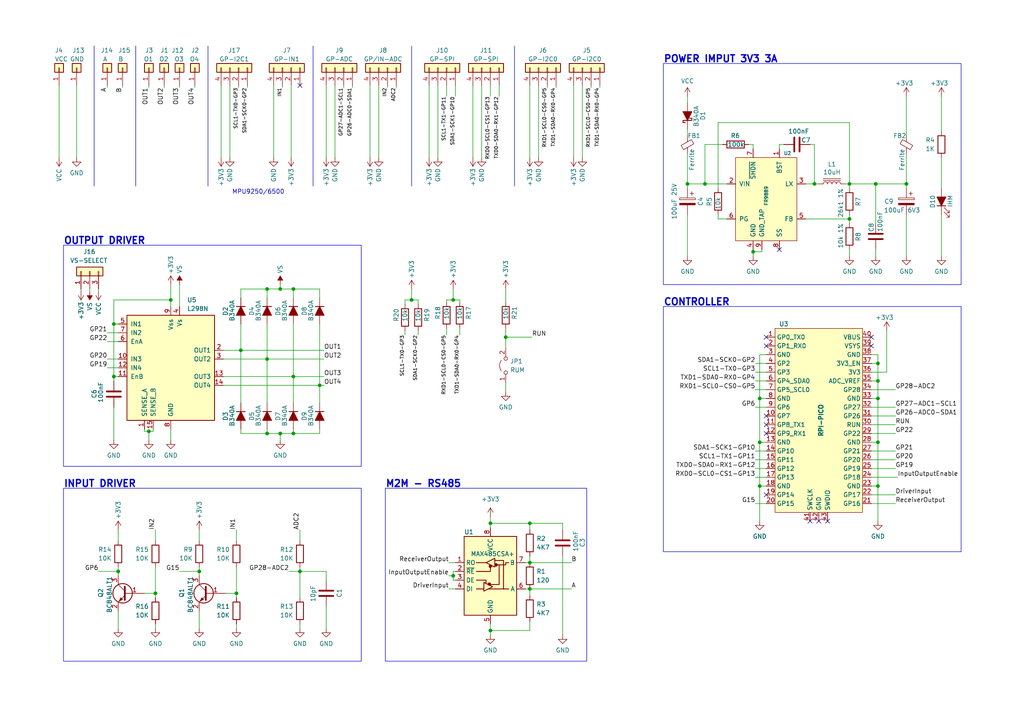
<source format=kicad_sch>
(kicad_sch (version 20230121) (generator eeschema)
  (paper "A4")
  (title_block (title "Plataforma Eletrônica Para Controle Distribuído Em Rede") (date "2023-10-30") (rev "0.01") (company "Pedro Igor B. S. - @pedro_ibs") (comment 1 "https://github.com/pedro-ibs"))
  (junction (at 33.02 93.98))
  (junction (at 49.53 86.995))
  (junction (at 85.09 109.22))
  (junction (at 254.635 128.27))
  (junction (at 85.09 125.73))
  (junction (at 86.995 165.735))
  (junction (at 34.29 165.735))
  (junction (at 69.85 101.6))
  (junction (at 220.345 128.27))
  (junction (at 131.445 86.995))
  (junction (at 236.22 53.34))
  (junction (at 33.02 109.22))
  (junction (at 262.89 53.34))
  (junction (at 153.67 163.195))
  (junction (at 92.71 111.76))
  (junction (at 81.28 125.73))
  (junction (at 220.345 115.57))
  (junction (at 204.47 53.34))
  (junction (at 119.38 86.995))
  (junction (at 246.38 63.5))
  (junction (at 220.345 140.97))
  (junction (at 131.445 167.005))
  (junction (at 77.47 125.73))
  (junction (at 77.47 104.14))
  (junction (at 153.67 151.765))
  (junction (at 254.635 140.97))
  (junction (at 254.635 115.57))
  (junction (at 45.085 172.085))
  (junction (at 85.09 83.82))
  (junction (at 57.785 165.735))
  (junction (at 254.635 110.49))
  (junction (at 246.38 53.34))
  (junction (at 254 53.34))
  (junction (at 146.685 97.79))
  (junction (at 43.18 125.095))
  (junction (at 142.24 151.765))
  (junction (at 218.44 73.025))
  (junction (at 254.635 105.41))
  (junction (at 153.67 170.815))
  (junction (at 77.47 83.82))
  (junction (at 142.24 182.88))
  (junction (at 68.58 172.085))
  (junction (at 81.28 83.82))
  (junction (at 199.39 53.34))
  (no_connect (at 240.03 151.13))
  (no_connect (at 222.25 97.79))
  (no_connect (at 222.25 125.73))
  (no_connect (at 222.25 123.19))
  (no_connect (at 222.25 120.65))
  (no_connect (at 234.95 151.13))
  (no_connect (at 252.73 100.33))
  (no_connect (at 86.995 24.765))
  (no_connect (at 222.25 100.33))
  (no_connect (at 252.73 97.79))
  (no_connect (at 226.06 72.39))
  (no_connect (at 222.25 143.51))
  (no_connect (at 237.49 151.13))
  (wire (pts (xy 208.28 63.5) (xy 210.82 63.5)))
  (wire (pts (xy 77.47 83.82) (xy 77.47 86.36)))
  (wire (pts (xy 142.24 151.765) (xy 142.24 153.035)))
  (wire (pts (xy 173.99 24.765) (xy 173.99 25.4)))
  (wire (pts (xy 68.58 164.465) (xy 68.58 172.085)))
  (wire (pts (xy 81.28 125.73) (xy 81.28 127.635)))
  (wire (pts (xy 31.115 24.765) (xy 31.115 25.4)))
  (wire (pts (xy 94.615 168.275) (xy 94.615 165.735)))
  (wire (pts (xy 254.635 110.49) (xy 252.73 110.49)))
  (wire (pts (xy 49.53 86.995) (xy 33.02 86.995)))
  (wire (pts (xy 199.39 53.34) (xy 204.47 53.34)))
  (wire (pts (xy 64.77 109.22) (xy 85.09 109.22)))
  (wire (pts (xy 119.38 86.995) (xy 117.475 86.995)))
  (wire (pts (xy 33.02 86.995) (xy 33.02 93.98)))
  (wire (pts (xy 171.45 24.765) (xy 171.45 25.4)))
  (wire (pts (xy 153.67 161.29) (xy 153.67 163.195)))
  (wire (pts (xy 34.29 177.165) (xy 34.29 182.245)))
  (wire (pts (xy 219.075 113.03) (xy 222.25 113.03)))
  (wire (pts (xy 153.67 151.765) (xy 163.195 151.765)))
  (wire (pts (xy 130.175 170.815) (xy 132.08 170.815)))
  (wire (pts (xy 254.635 102.87) (xy 254.635 105.41)))
  (wire (pts (xy 97.155 24.765) (xy 97.155 45.72)))
  (wire (pts (xy 152.4 163.195) (xy 153.67 163.195)))
  (wire (pts (xy 33.02 109.22) (xy 33.02 93.98)))
  (wire (pts (xy 69.85 101.6) (xy 93.98 101.6)))
  (wire (pts (xy 121.285 88.265) (xy 121.285 86.995)))
  (wire (pts (xy 52.07 82.55) (xy 52.07 88.9)))
  (wire (pts (xy 17.145 24.765) (xy 17.145 45.72)))
  (wire (pts (xy 92.71 111.76) (xy 93.98 111.76)))
  (wire (pts (xy 45.085 153.67) (xy 45.085 156.845)))
  (wire (pts (xy 77.47 83.82) (xy 81.28 83.82)))
  (wire (pts (xy 94.615 165.735) (xy 86.995 165.735)))
  (wire (pts (xy 77.47 125.73) (xy 81.28 125.73)))
  (wire (pts (xy 252.73 120.65) (xy 259.715 120.65)))
  (wire (pts (xy 153.67 153.67) (xy 153.67 151.765)))
  (wire (pts (xy 257.175 95.885) (xy 257.175 107.95)))
  (polyline (pts (xy 27.305 13.335) (xy 27.305 53.975)))
  (wire (pts (xy 23.495 83.82) (xy 23.495 84.455)))
  (wire (pts (xy 47.625 24.765) (xy 47.625 25.4)))
  (wire (pts (xy 139.7 24.765) (xy 139.7 45.72)))
  (wire (pts (xy 133.35 86.995) (xy 131.445 86.995)))
  (wire (pts (xy 146.685 95.25) (xy 146.685 97.79)))
  (wire (pts (xy 86.995 165.735) (xy 86.995 173.355)))
  (wire (pts (xy 99.695 24.765) (xy 99.695 25.4)))
  (wire (pts (xy 49.53 82.55) (xy 49.53 86.995)))
  (wire (pts (xy 129.54 97.155) (xy 129.54 95.25)))
  (wire (pts (xy 220.98 72.39) (xy 220.98 73.025)))
  (wire (pts (xy 64.77 101.6) (xy 69.85 101.6)))
  (wire (pts (xy 130.175 167.005) (xy 131.445 167.005)))
  (wire (pts (xy 69.85 101.6) (xy 69.85 93.98)))
  (wire (pts (xy 219.075 138.43) (xy 222.25 138.43)))
  (wire (pts (xy 64.77 111.76) (xy 92.71 111.76)))
  (wire (pts (xy 246.38 62.23) (xy 246.38 63.5)))
  (wire (pts (xy 45.085 172.085) (xy 41.91 172.085)))
  (wire (pts (xy 33.02 118.11) (xy 33.02 127.635)))
  (wire (pts (xy 68.58 153.67) (xy 68.58 156.845)))
  (wire (pts (xy 254 64.77) (xy 254 53.34)))
  (wire (pts (xy 220.345 128.27) (xy 220.345 140.97)))
  (wire (pts (xy 254.635 140.97) (xy 254.635 151.13)))
  (wire (pts (xy 49.53 124.46) (xy 49.53 127.635)))
  (wire (pts (xy 86.995 164.465) (xy 86.995 165.735)))
  (wire (pts (xy 246.38 35.56) (xy 246.38 53.34)))
  (wire (pts (xy 127 24.765) (xy 127 45.72)))
  (wire (pts (xy 52.07 24.765) (xy 52.07 25.4)))
  (wire (pts (xy 142.24 182.88) (xy 153.67 182.88)))
  (wire (pts (xy 222.25 102.87) (xy 220.345 102.87)))
  (wire (pts (xy 153.67 163.195) (xy 165.735 163.195)))
  (wire (pts (xy 52.07 165.735) (xy 57.785 165.735)))
  (wire (pts (xy 57.785 164.465) (xy 57.785 165.735)))
  (wire (pts (xy 119.38 83.82) (xy 119.38 86.995)))
  (wire (pts (xy 219.075 118.11) (xy 222.25 118.11)))
  (wire (pts (xy 131.445 86.995) (xy 131.445 83.82)))
  (wire (pts (xy 107.315 24.765) (xy 107.315 45.72)))
  (wire (pts (xy 57.785 153.67) (xy 57.785 156.845)))
  (wire (pts (xy 144.78 24.765) (xy 144.78 27.94)))
  (wire (pts (xy 44.45 125.095) (xy 43.18 125.095)))
  (wire (pts (xy 133.35 87.63) (xy 133.35 86.995)))
  (wire (pts (xy 77.47 104.14) (xy 93.98 104.14)))
  (wire (pts (xy 34.29 164.465) (xy 34.29 165.735)))
  (wire (pts (xy 156.21 24.765) (xy 156.21 45.72)))
  (polyline (pts (xy 90.805 13.335) (xy 90.805 53.975)))
  (wire (pts (xy 236.22 53.34) (xy 233.68 53.34)))
  (wire (pts (xy 92.71 93.98) (xy 92.71 111.76)))
  (wire (pts (xy 142.24 151.765) (xy 153.67 151.765)))
  (wire (pts (xy 79.375 24.765) (xy 79.375 45.72)))
  (wire (pts (xy 199.39 53.34) (xy 199.39 54.61)))
  (wire (pts (xy 142.24 149.86) (xy 142.24 151.765)))
  (wire (pts (xy 246.38 64.77) (xy 246.38 63.5)))
  (wire (pts (xy 254 74.295) (xy 254 72.39)))
  (wire (pts (xy 262.89 39.37) (xy 262.89 27.94)))
  (wire (pts (xy 252.73 123.19) (xy 259.715 123.19)))
  (wire (pts (xy 43.18 127.635) (xy 43.18 125.095)))
  (polyline (pts (xy 39.37 13.335) (xy 39.37 53.975)))
  (wire (pts (xy 34.29 165.735) (xy 34.29 167.005)))
  (wire (pts (xy 26.035 83.82) (xy 26.035 84.455)))
  (wire (pts (xy 227.33 41.91) (xy 226.06 41.91)))
  (wire (pts (xy 69.85 101.6) (xy 69.85 116.84)))
  (wire (pts (xy 254 53.34) (xy 262.89 53.34)))
  (wire (pts (xy 68.58 180.975) (xy 68.58 182.245)))
  (wire (pts (xy 220.345 115.57) (xy 222.25 115.57)))
  (wire (pts (xy 219.075 105.41) (xy 222.25 105.41)))
  (wire (pts (xy 273.05 27.94) (xy 273.05 38.1)))
  (wire (pts (xy 234.95 41.91) (xy 236.22 41.91)))
  (wire (pts (xy 56.515 24.765) (xy 56.515 25.4)))
  (wire (pts (xy 81.28 83.82) (xy 85.09 83.82)))
  (wire (pts (xy 252.73 102.87) (xy 254.635 102.87)))
  (wire (pts (xy 92.71 83.82) (xy 92.71 86.36)))
  (wire (pts (xy 129.54 86.995) (xy 131.445 86.995)))
  (wire (pts (xy 252.73 146.05) (xy 259.715 146.05)))
  (wire (pts (xy 117.475 97.155) (xy 117.475 95.885)))
  (wire (pts (xy 92.71 111.76) (xy 92.71 116.84)))
  (wire (pts (xy 252.73 133.35) (xy 259.715 133.35)))
  (wire (pts (xy 146.685 97.79) (xy 146.685 100.965)))
  (wire (pts (xy 252.73 115.57) (xy 254.635 115.57)))
  (wire (pts (xy 86.995 180.975) (xy 86.995 182.245)))
  (wire (pts (xy 77.47 104.14) (xy 77.47 116.84)))
  (wire (pts (xy 257.175 107.95) (xy 252.73 107.95)))
  (wire (pts (xy 219.075 135.89) (xy 222.25 135.89)))
  (wire (pts (xy 252.73 118.11) (xy 259.715 118.11)))
  (wire (pts (xy 218.44 43.18) (xy 218.44 41.91)))
  (wire (pts (xy 208.28 62.23) (xy 208.28 63.5)))
  (wire (pts (xy 34.29 109.22) (xy 33.02 109.22)))
  (wire (pts (xy 262.89 74.295) (xy 262.89 62.23)))
  (wire (pts (xy 142.24 24.765) (xy 142.24 27.94)))
  (wire (pts (xy 168.91 24.765) (xy 168.91 45.72)))
  (wire (pts (xy 77.47 124.46) (xy 77.47 125.73)))
  (wire (pts (xy 153.67 24.765) (xy 153.67 45.72)))
  (wire (pts (xy 64.77 104.14) (xy 77.47 104.14)))
  (wire (pts (xy 86.995 165.735) (xy 83.82 165.735)))
  (wire (pts (xy 85.09 109.22) (xy 93.98 109.22)))
  (wire (pts (xy 81.28 82.55) (xy 81.28 83.82)))
  (wire (pts (xy 66.675 24.765) (xy 66.675 45.72)))
  (polyline (pts (xy 119.38 13.335) (xy 119.38 53.975)))
  (wire (pts (xy 28.575 83.82) (xy 28.575 84.455)))
  (wire (pts (xy 85.09 93.98) (xy 85.09 109.22)))
  (wire (pts (xy 129.54 87.63) (xy 129.54 86.995)))
  (wire (pts (xy 129.54 24.765) (xy 129.54 27.94)))
  (wire (pts (xy 57.785 177.165) (xy 57.785 182.245)))
  (wire (pts (xy 199.39 44.45) (xy 199.39 53.34)))
  (wire (pts (xy 33.02 93.98) (xy 34.29 93.98)))
  (wire (pts (xy 28.575 165.735) (xy 34.29 165.735)))
  (wire (pts (xy 117.475 86.995) (xy 117.475 88.265)))
  (wire (pts (xy 220.345 128.27) (xy 222.25 128.27)))
  (wire (pts (xy 146.685 97.79) (xy 154.305 97.79)))
  (wire (pts (xy 273.05 62.23) (xy 273.05 74.295)))
  (wire (pts (xy 199.39 37.465) (xy 199.39 39.37)))
  (wire (pts (xy 220.98 73.025) (xy 218.44 73.025)))
  (wire (pts (xy 254.635 115.57) (xy 254.635 128.27)))
  (wire (pts (xy 31.115 104.14) (xy 34.29 104.14)))
  (wire (pts (xy 161.29 24.765) (xy 161.29 25.4)))
  (wire (pts (xy 163.195 153.67) (xy 163.195 151.765)))
  (wire (pts (xy 77.47 104.14) (xy 77.47 93.98)))
  (wire (pts (xy 208.28 35.56) (xy 246.38 35.56)))
  (wire (pts (xy 31.115 99.06) (xy 34.29 99.06)))
  (wire (pts (xy 259.715 143.51) (xy 252.73 143.51)))
  (wire (pts (xy 132.08 24.765) (xy 132.08 27.94)))
  (wire (pts (xy 69.85 124.46) (xy 69.85 125.73)))
  (wire (pts (xy 204.47 53.34) (xy 210.82 53.34)))
  (wire (pts (xy 146.685 111.125) (xy 146.685 113.665)))
  (wire (pts (xy 252.73 138.43) (xy 260.35 138.43)))
  (wire (pts (xy 163.195 161.29) (xy 163.195 184.15)))
  (wire (pts (xy 35.56 24.765) (xy 35.56 25.4)))
  (wire (pts (xy 85.09 124.46) (xy 85.09 125.73)))
  (wire (pts (xy 226.06 41.91) (xy 226.06 43.18)))
  (wire (pts (xy 236.22 41.91) (xy 236.22 53.34)))
  (wire (pts (xy 131.445 168.275) (xy 132.08 168.275)))
  (wire (pts (xy 153.67 180.34) (xy 153.67 182.88)))
  (wire (pts (xy 49.53 86.995) (xy 49.53 88.9)))
  (wire (pts (xy 142.24 180.975) (xy 142.24 182.88)))
  (wire (pts (xy 85.09 83.82) (xy 92.71 83.82)))
  (wire (pts (xy 219.075 107.95) (xy 222.25 107.95)))
  (wire (pts (xy 262.89 54.61) (xy 262.89 53.34)))
  (wire (pts (xy 218.44 73.025) (xy 218.44 72.39)))
  (wire (pts (xy 121.285 95.885) (xy 121.285 97.155)))
  (wire (pts (xy 199.39 74.295) (xy 199.39 62.23)))
  (wire (pts (xy 219.075 133.35) (xy 222.25 133.35)))
  (wire (pts (xy 45.085 164.465) (xy 45.085 172.085)))
  (wire (pts (xy 199.39 27.94) (xy 199.39 29.845)))
  (wire (pts (xy 69.85 125.73) (xy 77.47 125.73)))
  (wire (pts (xy 252.73 113.03) (xy 259.715 113.03)))
  (wire (pts (xy 233.68 63.5) (xy 246.38 63.5)))
  (wire (pts (xy 246.38 53.34) (xy 245.11 53.34)))
  (wire (pts (xy 81.28 125.73) (xy 85.09 125.73)))
  (wire (pts (xy 114.935 24.765) (xy 114.935 25.4)))
  (wire (pts (xy 57.785 165.735) (xy 57.785 167.005)))
  (wire (pts (xy 252.73 125.73) (xy 259.715 125.73)))
  (wire (pts (xy 262.89 44.45) (xy 262.89 53.34)))
  (wire (pts (xy 41.91 124.46) (xy 41.91 125.095)))
  (wire (pts (xy 254.635 128.27) (xy 254.635 140.97)))
  (wire (pts (xy 85.09 109.22) (xy 85.09 116.84)))
  (wire (pts (xy 208.28 54.61) (xy 208.28 35.56)))
  (wire (pts (xy 124.46 24.765) (xy 124.46 45.72)))
  (wire (pts (xy 209.55 41.91) (xy 204.47 41.91)))
  (wire (pts (xy 219.075 130.81) (xy 222.25 130.81)))
  (wire (pts (xy 142.24 182.88) (xy 142.24 184.15)))
  (wire (pts (xy 153.67 170.815) (xy 153.67 172.72)))
  (wire (pts (xy 92.71 124.46) (xy 92.71 125.73)))
  (wire (pts (xy 273.05 45.72) (xy 273.05 54.61)))
  (wire (pts (xy 137.16 24.765) (xy 137.16 45.72)))
  (wire (pts (xy 94.615 24.765) (xy 94.615 45.72)))
  (wire (pts (xy 131.445 167.005) (xy 131.445 168.275)))
  (wire (pts (xy 22.225 24.765) (xy 22.225 45.72)))
  (wire (pts (xy 33.02 109.22) (xy 33.02 110.49)))
  (wire (pts (xy 131.445 165.735) (xy 131.445 167.005)))
  (wire (pts (xy 31.115 96.52) (xy 34.29 96.52)))
  (polyline (pts (xy 149.225 13.335) (xy 149.225 53.975)))
  (wire (pts (xy 237.49 53.34) (xy 236.22 53.34)))
  (wire (pts (xy 252.73 140.97) (xy 254.635 140.97)))
  (wire (pts (xy 246.38 53.34) (xy 254 53.34)))
  (wire (pts (xy 252.73 135.89) (xy 259.715 135.89)))
  (wire (pts (xy 68.58 172.085) (xy 68.58 173.355)))
  (wire (pts (xy 252.73 105.41) (xy 254.635 105.41)))
  (wire (pts (xy 152.4 170.815) (xy 153.67 170.815)))
  (wire (pts (xy 84.455 24.765) (xy 84.455 45.72)))
  (wire (pts (xy 69.85 86.36) (xy 69.85 83.82)))
  (wire (pts (xy 246.38 74.295) (xy 246.38 72.39)))
  (wire (pts (xy 43.18 125.095) (xy 41.91 125.095)))
  (wire (pts (xy 158.75 24.765) (xy 158.75 25.4)))
  (wire (pts (xy 153.67 170.815) (xy 165.735 170.815)))
  (wire (pts (xy 218.44 73.025) (xy 218.44 74.295)))
  (wire (pts (xy 219.075 146.05) (xy 222.25 146.05)))
  (wire (pts (xy 45.085 180.975) (xy 45.085 182.245)))
  (wire (pts (xy 246.38 54.61) (xy 246.38 53.34)))
  (wire (pts (xy 130.175 163.195) (xy 132.08 163.195)))
  (wire (pts (xy 204.47 41.91) (xy 204.47 53.34)))
  (wire (pts (xy 252.73 130.81) (xy 259.715 130.81)))
  (wire (pts (xy 109.855 24.765) (xy 109.855 45.72)))
  (wire (pts (xy 85.09 83.82) (xy 85.09 86.36)))
  (wire (pts (xy 254.635 105.41) (xy 254.635 110.49)))
  (wire (pts (xy 34.29 153.67) (xy 34.29 156.845)))
  (wire (pts (xy 45.085 172.085) (xy 45.085 173.355)))
  (wire (pts (xy 112.395 24.765) (xy 112.395 25.4)))
  (wire (pts (xy 85.09 125.73) (xy 92.71 125.73)))
  (wire (pts (xy 81.915 24.765) (xy 81.915 25.4)))
  (wire (pts (xy 86.995 153.67) (xy 86.995 156.845)))
  (wire (pts (xy 133.35 95.25) (xy 133.35 97.155)))
  (wire (pts (xy 254.635 115.57) (xy 254.635 110.49)))
  (wire (pts (xy 69.85 83.82) (xy 77.47 83.82)))
  (polyline (pts (xy 60.325 13.335) (xy 60.325 53.975)))
  (wire (pts (xy 31.115 106.68) (xy 34.29 106.68)))
  (wire (pts (xy 131.445 165.735) (xy 132.08 165.735)))
  (wire (pts (xy 252.73 128.27) (xy 254.635 128.27)))
  (wire (pts (xy 64.135 24.765) (xy 64.135 45.72)))
  (wire (pts (xy 43.18 24.765) (xy 43.18 25.4)))
  (wire (pts (xy 69.215 24.765) (xy 69.215 25.4)))
  (wire (pts (xy 121.285 86.995) (xy 119.38 86.995)))
  (wire (pts (xy 220.345 140.97) (xy 222.25 140.97)))
  (wire (pts (xy 102.235 24.765) (xy 102.235 25.4)))
  (wire (pts (xy 220.345 102.87) (xy 220.345 115.57)))
  (wire (pts (xy 94.615 175.895) (xy 94.615 182.245)))
  (wire (pts (xy 146.685 83.82) (xy 146.685 87.63)))
  (wire (pts (xy 220.345 140.97) (xy 220.345 151.13)))
  (wire (pts (xy 218.44 41.91) (xy 217.17 41.91)))
  (wire (pts (xy 71.755 24.765) (xy 71.755 25.4)))
  (wire (pts (xy 166.37 24.765) (xy 166.37 45.72)))
  (wire (pts (xy 44.45 124.46) (xy 44.45 125.095)))
  (wire (pts (xy 220.345 115.57) (xy 220.345 128.27)))
  (wire (pts (xy 68.58 172.085) (xy 65.405 172.085)))
  (wire (pts (xy 219.075 110.49) (xy 222.25 110.49)))
  (rectangle (start 111.76 141.605) (end 170.18 191.77))
  (rectangle (start 192.405 88.9) (end 278.765 160.02))
  (rectangle (start 192.405 18.415) (end 278.765 82.55))
  (rectangle (start 18.415 71.12) (end 104.775 135.255))
  (rectangle (start 18.415 141.605) (end 104.775 191.77))
  (text "MPU9250/6500" (at 82.55 56.515 0) (effects (font (size 1.27 1.27)) (justify right bottom)))
  (text "CONTROLLER" (at 192.405 88.9 0) (effects (font (size 2 2) (thickness 0.4) bold) (justify left bottom)))
  (text "M2M - RS485" (at 111.76 141.605 0) (effects (font (size 2 2) (thickness 0.4) bold) (justify left bottom)))
  (text "INPUT DRIVER" (at 18.415 141.605 0) (effects (font (size 2 2) (thickness 0.4) bold) (justify left bottom)))
  (text "POWER IMPUT 3V3 3A" (at 192.405 18.415 0) (effects (font (size 2 2) (thickness 0.4) bold) (justify left bottom)))
  (text "OUTPUT DRIVER" (at 18.415 71.12 0) (effects (font (size 2 2) (thickness 0.4) bold) (justify left bottom)))
  (label "G15" (at 219.075 146.05 180))
  (label "ADC2" (at 114.935 25.4 270) (effects (font (size 1 1))))
  (label "GP28-ADC2" (at 259.715 113.03 0))
  (label "TXD0-SDA0-RX1-GP12" (at 219.075 135.89 180))
  (label "GP27-ADC1-SCL1" (at 99.695 25.4 270) (effects (font (size 1 1))))
  (label "GP22" (at 31.115 99.06 180))
  (label "RXD1-SCL0-CS0-GP5" (at 129.54 97.155 270) (effects (font (size 1 1))))
  (label "TXD1-SDA0-RX0-GP4" (at 133.35 97.155 270) (effects (font (size 1 1))))
  (label "RUN" (at 154.305 97.79 0))
  (label "GP21" (at 31.115 96.52 180))
  (label "SCL1-TX1-GP11" (at 129.54 27.94 270) (effects (font (size 1 1))))
  (label "OUT1" (at 43.18 25.4 270))
  (label "SDA1-SCK1-GP10" (at 132.08 27.94 270) (effects (font (size 1 1))))
  (label "GP26-ADC0-SDA1" (at 102.235 25.4 270) (effects (font (size 1 1))))
  (label "ReceiverOutput" (at 130.175 163.195 180))
  (label "ADC2" (at 86.995 153.67 90))
  (label "OUT3" (at 93.98 109.22 0))
  (label "RUN" (at 259.715 123.19 0))
  (label "DriverInput" (at 130.175 170.815 180))
  (label "OUT1" (at 93.98 101.6 0))
  (label "IN2" (at 45.085 153.67 90))
  (label "SCL1-TX0-GP3" (at 69.215 25.4 270) (effects (font (size 1 1))))
  (label "RXD0-SCL0-CS1-GP13" (at 142.24 27.94 270) (effects (font (size 1 1))))
  (label "A" (at 31.115 25.4 270))
  (label "SDA1-SCK1-GP10" (at 219.075 130.81 180))
  (label "GP6" (at 28.575 165.735 180))
  (label "GP28-ADC2" (at 83.82 165.735 180))
  (label "GP22" (at 259.715 125.73 0))
  (label "GP19" (at 259.715 135.89 0))
  (label "G15" (at 52.07 165.735 180))
  (label "GP6" (at 219.075 118.11 180))
  (label "B" (at 165.735 163.195 0))
  (label "OUT3" (at 52.07 25.4 270))
  (label "RXD0-SCL0-CS1-GP13" (at 219.075 138.43 180))
  (label "TXD0-SDA0-RX1-GP12" (at 144.78 27.94 270) (effects (font (size 1 1))))
  (label "GP20" (at 259.715 133.35 0))
  (label "ReceiverOutput" (at 259.715 146.05 0))
  (label "InputOutputEnable" (at 130.175 167.005 180))
  (label "IN1" (at 68.58 153.67 90))
  (label "SCL1-TX1-GP11" (at 219.075 133.35 180))
  (label "SCL1-TX0-GP3" (at 219.075 107.95 180))
  (label "GP20" (at 31.115 104.14 180))
  (label "SDA1-SCK0-GP2" (at 219.075 105.41 180))
  (label "SDA1-SCK0-GP2" (at 121.285 97.155 270) (effects (font (size 1 1))))
  (label "RXD1-SCL0-CS0-GP5" (at 219.075 113.03 180))
  (label "TXD1-SDA0-RX0-GP4" (at 173.99 25.4 270) (effects (font (size 1 1))))
  (label "IN1" (at 81.915 25.4 270) (effects (font (size 1 1))))
  (label "GP27-ADC1-SCL1" (at 259.715 118.11 0))
  (label "DriverInput" (at 259.715 143.51 0))
  (label "GP21" (at 259.715 130.81 0))
  (label "GP26-ADC0-SDA1" (at 259.715 120.65 0))
  (label "RXD1-SCL0-CS0-GP5" (at 171.45 25.4 270) (effects (font (size 1 1))))
  (label "SDA1-SCK0-GP2" (at 71.755 25.4 270) (effects (font (size 1 1))))
  (label "GP19" (at 31.115 106.68 180))
  (label "RXD1-SCL0-CS0-GP5" (at 158.75 25.4 270) (effects (font (size 1 1))))
  (label "IN2" (at 112.395 25.4 270) (effects (font (size 1 1))))
  (label "OUT2" (at 47.625 25.4 270))
  (label "TXD1-SDA0-RX0-GP4" (at 219.075 110.49 180))
  (label "TXD1-SDA0-RX0-GP4" (at 161.29 25.4 270) (effects (font (size 1 1))))
  (label "OUT4" (at 56.515 25.4 270))
  (label "B" (at 35.56 25.4 270))
  (label "A" (at 165.735 170.815 0))
  (label "OUT4" (at 93.98 111.76 0))
  (label "SCL1-TX0-GP3" (at 117.475 97.155 270) (effects (font (size 1 1))))
  (label "OUT2" (at 93.98 104.14 0))
  (label "InputOutputEnable" (at 260.35 138.43 0))
  (symbol (lib_id "Device:R") (at 213.36 41.91 90) (unit 1)
    (property "Reference" "R6" (at 214.63 39.37 90) (effects (justify left)))
    (property "Value" "100k" (at 215.9 41.91 90) (effects (justify left)))
    (property "Footprint" "Resistor_SMD:R_0603_1608Metric_Pad0.98x0.95mm_HandSolder" (effects hide))
    (property "Datasheet" "NRC10J470TRF" (effects hide))
  )
  (symbol (lib_id "power:GND") (at 168.91 45.72 0) (mirror y) (unit 1)
    (property "Reference" "#PWR032" (effects hide))
    (property "Value" "GND" (at 168.91 50.8 90))
  )
  (symbol (lib_id "power:GND") (at 81.28 127.635 0) (unit 1)
    (property "Reference" "#PWR026" (effects hide))
    (property "Value" "GND" (at 81.28 132.08 0))
  )
  (symbol (lib_id "power:GND") (at 97.155 45.72 0) (mirror y) (unit 1)
    (property "Reference" "#PWR024" (effects hide))
    (property "Value" "GND" (at 97.155 50.8 90))
  )
  (symbol (lib_id "Connector_Generic:Conn_01x04") (at 99.695 19.685 270) (mirror x) (unit 1)
    (property "Reference" "J9" (at 98.425 14.605 90))
    (property "Value" "GP-ADC" (at 98.425 17.145 90))
    (property "Footprint" "Connector_Molex:Molex_KK-254_AE-6410-04A_1x04_P2.54mm_Vertical" (effects hide))
  )
  (symbol (lib_id "Device:R") (at 45.085 160.655 0) (mirror y) (unit 1)
    (property "Reference" "R15" (at 43.18 159.385 0) (effects (justify left)))
    (property "Value" "10K" (at 43.18 161.925 0) (effects (justify left)))
    (property "Footprint" "Resistor_SMD:R_0603_1608Metric_Pad0.98x0.95mm_HandSolder" (effects hide))
  )
  (symbol (lib_id "power:VS") (at 26.035 84.455 180) (unit 1)
    (property "Reference" "#PWR046" (effects hide))
    (property "Value" "VS" (at 26.035 88.9 90))
  )
  (symbol (lib_id "Device:R") (at 86.995 177.165 0) (mirror y) (unit 1)
    (property "Reference" "R13" (at 85.09 175.895 0) (effects (justify left)))
    (property "Value" "10K" (at 85.09 178.435 0) (effects (justify left)))
    (property "Footprint" "Resistor_SMD:R_0603_1608Metric_Pad0.98x0.95mm_HandSolder" (effects hide))
  )
  (symbol (lib_id "power:GND") (at 57.785 182.245 0) (unit 1)
    (property "Reference" "#PWR042" (effects hide))
    (property "Value" "GND" (at 57.785 186.69 0))
  )
  (symbol (lib_id "power:GND") (at 262.89 74.295 0) (unit 1)
    (property "Reference" "#PWR017" (effects hide))
    (property "Value" "GND" (at 262.89 78.74 0))
  )
  (symbol (lib_id "Connector_Generic:Conn_01x01") (at 47.625 19.685 270) (mirror x) (unit 1)
    (property "Reference" "J1" (at 48.895 14.605 90) (effects (justify right)))
    (property "Value" "O2" (at 48.895 17.145 90) (effects (justify right)))
    (property "Footprint" "MountingHole:MountingHole_3.2mm_M3_Pad_Via" (effects hide))
  )
  (symbol (lib_id "Device:C") (at 231.14 41.91 270) (unit 1)
    (property "Reference" "C7" (at 232.41 40.64 90) (effects (justify left)))
    (property "Value" "100nF" (at 228.6 38.1 90) (effects (justify left)))
    (property "Footprint" "Capacitor_SMD:C_0603_1608Metric_Pad1.08x0.95mm_HandSolder" (effects hide))
    (property "Datasheet" " C0603C104K5RACTU " (effects hide))
  )
  (symbol (lib_id "Device:R") (at 153.67 176.53 0) (unit 1)
    (property "Reference" "R3" (at 155.575 175.26 0) (effects (justify left)))
    (property "Value" "4K7" (at 155.575 177.8 0) (effects (justify left)))
    (property "Footprint" "Resistor_SMD:R_0603_1608Metric_Pad0.98x0.95mm_HandSolder" (effects hide))
  )
  (symbol (lib_id "power:GND") (at 254.635 151.13 0) (unit 1)
    (property "Reference" "#PWR050" (effects hide))
    (property "Value" "GND" (at 254.635 155.575 0))
  )
  (symbol (lib_id "power:+3V3") (at 64.135 45.72 180) (unit 1)
    (property "Reference" "#PWR027" (effects hide))
    (property "Value" "+3V3" (at 64.135 51.435 90))
  )
  (symbol (lib_id "M1010-rescue:D_ALT-Device") (at 85.09 90.17 270) (unit 1)
    (property "Reference" "D6" (at 80.645 88.9 0) (effects (justify left)))
    (property "Value" "B340A" (at 82.55 86.995 0) (effects (justify left)))
    (property "Footprint" "Diode_SMD:D_0805_2012Metric_Pad1.15x1.40mm_HandSolder" (effects hide))
    (property "Datasheet" "https://www.diodes.com/assets/Datasheets/ds30891.pdf" (effects hide))
    (property "Manufacturer" "Diodes Incorporated " (effects hide))
    (property "Part Number" "B340A-13-F" (effects hide))
    (property "Supplier" "mouser" (effects hide))
  )
  (symbol (lib_id "Connector_Generic:Conn_01x01") (at 17.145 19.685 90) (unit 1)
    (property "Reference" "J4" (at 15.875 14.605 90) (effects (justify right)))
    (property "Value" "VCC" (at 15.875 17.145 90) (effects (justify right)))
    (property "Footprint" "MountingHole:MountingHole_3.2mm_M3_Pad_Via" (effects hide))
  )
  (symbol (lib_id "Device:Q_NPN_BEC") (at 60.325 172.085 0) (mirror y) (unit 1)
    (property "Reference" "Q1" (at 52.705 173.355 90) (effects (justify left)))
    (property "Value" "BC848ALT1" (at 55.245 177.8 90) (effects (justify left)))
    (property "Footprint" "Package_TO_SOT_SMD:SOT-23W_Handsoldering" (effects hide))
    (property "Datasheet" "BC848B,215" (effects hide))
  )
  (symbol (lib_id "power:VCC") (at 28.575 84.455 180) (unit 1)
    (property "Reference" "#PWR044" (effects hide))
    (property "Value" "VCC" (at 28.575 89.535 90))
  )
  (symbol (lib_id "power:GND") (at 109.855 45.72 0) (mirror y) (unit 1)
    (property "Reference" "#PWR028" (effects hide))
    (property "Value" "GND" (at 109.855 50.8 90))
  )
  (symbol (lib_id "Device:R") (at 45.085 177.165 0) (mirror y) (unit 1)
    (property "Reference" "R16" (at 43.18 175.895 0) (effects (justify left)))
    (property "Value" "10K" (at 43.18 178.435 0) (effects (justify left)))
    (property "Footprint" "Resistor_SMD:R_0603_1608Metric_Pad0.98x0.95mm_HandSolder" (effects hide))
  )
  (symbol (lib_id "power:GND") (at 22.225 45.72 0) (unit 1)
    (property "Reference" "#PWR05" (effects hide))
    (property "Value" "GND" (at 22.225 50.165 0))
  )
  (symbol (lib_id "Device:LED_Filled") (at 273.05 58.42 90) (unit 1)
    (property "Reference" "D10" (at 270.51 56.515 0) (effects (justify right)))
    (property "Value" "IHM" (at 275.59 56.515 0) (effects (justify right)))
    (property "Footprint" "LED_SMD:LED_0805_2012Metric_Pad1.15x1.40mm_HandSolder" (effects hide))
  )
  (symbol (lib_id "power:GND") (at 273.05 74.295 0) (unit 1)
    (property "Reference" "#PWR041" (effects hide))
    (property "Value" "GND" (at 273.05 78.74 0))
  )
  (symbol (lib_id "M1010-rescue:D_ALT-Device") (at 69.85 120.65 270) (unit 1)
    (property "Reference" "D3" (at 65.405 119.38 0) (effects (justify left)))
    (property "Value" "B340A" (at 67.31 117.475 0) (effects (justify left)))
    (property "Footprint" "Diode_SMD:D_0805_2012Metric_Pad1.15x1.40mm_HandSolder" (effects hide))
    (property "Datasheet" "https://www.diodes.com/assets/Datasheets/ds30891.pdf" (effects hide))
    (property "Manufacturer" "Diodes Incorporated " (effects hide))
    (property "Part Number" "B340A-13-F" (effects hide))
    (property "Supplier" "mouser" (effects hide))
  )
  (symbol (lib_id "power:+3V3") (at 137.16 45.72 0) (mirror x) (unit 1)
    (property "Reference" "#PWR039" (effects hide))
    (property "Value" "+3V3" (at 137.16 51.435 90))
  )
  (symbol (lib_id "Device:R") (at 121.285 92.075 0) (unit 1)
    (property "Reference" "R19" (at 123.825 93.345 90) (effects (justify left)))
    (property "Value" "10k" (at 121.285 93.345 90) (effects (justify left)))
    (property "Footprint" "Resistor_SMD:R_0603_1608Metric_Pad0.98x0.95mm_HandSolder" (effects hide))
    (property "Datasheet" "NRC10J470TRF" (effects hide))
  )
  (symbol (lib_id "power:GND") (at 79.375 45.72 0) (unit 1)
    (property "Reference" "#PWR031" (effects hide))
    (property "Value" "GND" (at 79.375 50.8 90))
  )
  (symbol (lib_id "Connector_Generic:Conn_01x04") (at 129.54 19.685 270) (mirror x) (unit 1)
    (property "Reference" "J10" (at 128.27 14.605 90))
    (property "Value" "GP-SPI" (at 128.27 17.145 90))
    (property "Footprint" "Connector_Molex:Molex_KK-254_AE-6410-04A_1x04_P2.54mm_Vertical" (effects hide))
  )
  (symbol (lib_id "power:GND") (at 220.345 151.13 0) (unit 1)
    (property "Reference" "#PWR020" (effects hide))
    (property "Value" "GND" (at 220.345 155.575 0))
  )
  (symbol (lib_id "power:GND") (at 49.53 127.635 0) (unit 1)
    (property "Reference" "#PWR021" (effects hide))
    (property "Value" "GND" (at 49.53 132.08 0))
  )
  (symbol (lib_id "Connector_Generic:Conn_01x01") (at 56.515 19.685 270) (mirror x) (unit 1)
    (property "Reference" "J2" (at 57.785 14.605 90) (effects (justify right)))
    (property "Value" "O4" (at 57.785 17.145 90) (effects (justify right)))
    (property "Footprint" "MountingHole:MountingHole_3.2mm_M3_Pad_Via" (effects hide))
  )
  (symbol (lib_id "power:GND") (at 163.195 184.15 0) (unit 1)
    (property "Reference" "#PWR04" (effects hide))
    (property "Value" "GND" (at 163.195 188.595 0))
  )
  (symbol (lib_id "power:+3V3") (at 166.37 45.72 0) (mirror x) (unit 1)
    (property "Reference" "#PWR033" (effects hide))
    (property "Value" "+3V3" (at 166.37 51.435 90))
  )
  (symbol (lib_id "power:VCC") (at 199.39 27.94 0) (unit 1)
    (property "Reference" "#PWR010" (effects hide))
    (property "Value" "VCC" (at 199.39 23.495 0))
  )
  (symbol (lib_id "Device:R") (at 34.29 160.655 0) (mirror y) (unit 1)
    (property "Reference" "R14" (at 32.385 159.385 0) (effects (justify left)))
    (property "Value" "10K" (at 32.385 161.925 0) (effects (justify left)))
    (property "Footprint" "Resistor_SMD:R_0603_1608Metric_Pad0.98x0.95mm_HandSolder" (effects hide))
  )
  (symbol (lib_id "Device:R") (at 153.67 157.48 0) (unit 1)
    (property "Reference" "R2" (at 155.575 156.21 0) (effects (justify left)))
    (property "Value" "4K7" (at 155.575 158.75 0) (effects (justify left)))
    (property "Footprint" "Resistor_SMD:R_0603_1608Metric_Pad0.98x0.95mm_HandSolder" (effects hide))
  )
  (symbol (lib_id "Interface_UART:MAX485E") (at 142.24 165.735 0) (unit 1)
    (property "Reference" "U1" (at 134.62 154.305 0) (effects (justify left)))
    (property "Value" "MAX485CSA+" (at 136.525 160.655 0) (effects (justify left)))
    (property "Footprint" "Package_SO:SOP-8_3.9x4.9mm_P1.27mm" (effects hide))
    (property "Datasheet" "https://br.mouser.com/datasheet/2/609/MAX1487_MAX491-3129519.pdf" (effects hide))
  )
  (symbol (lib_id "Device:R") (at 208.28 58.42 180) (unit 1)
    (property "Reference" "R5" (at 205.74 57.15 90) (effects (justify left)))
    (property "Value" "10k" (at 208.28 57.15 90) (effects (justify left)))
    (property "Footprint" "Resistor_SMD:R_0603_1608Metric_Pad0.98x0.95mm_HandSolder" (effects hide))
    (property "Datasheet" "NRC10J470TRF" (effects hide))
  )
  (symbol (lib_id "power:GND") (at 146.685 113.665 0) (unit 1)
    (property "Reference" "#PWR018" (effects hide))
    (property "Value" "GND" (at 146.685 118.11 0))
  )
  (symbol (lib_id "M1010-rescue:D_ALT-Device") (at 69.85 90.17 270) (unit 1)
    (property "Reference" "D2" (at 65.405 88.9 0) (effects (justify left)))
    (property "Value" "B340A" (at 67.31 86.995 0) (effects (justify left)))
    (property "Footprint" "Diode_SMD:D_0805_2012Metric_Pad1.15x1.40mm_HandSolder" (effects hide))
    (property "Datasheet" "https://www.diodes.com/assets/Datasheets/ds30891.pdf" (effects hide))
    (property "Manufacturer" "Diodes Incorporated " (effects hide))
    (property "Part Number" "B340A-13-F" (effects hide))
    (property "Supplier" "mouser" (effects hide))
  )
  (symbol (lib_id "power:+3V3") (at 131.445 83.82 0) (mirror y) (unit 1)
    (property "Reference" "#PWR03" (effects hide))
    (property "Value" "+3V3" (at 131.445 78.105 90))
  )
  (symbol (lib_id "M1010-rescue:D_ALT-Device") (at 92.71 90.17 270) (unit 1)
    (property "Reference" "D8" (at 88.265 88.9 0) (effects (justify left)))
    (property "Value" "B340A" (at 90.17 86.995 0) (effects (justify left)))
    (property "Footprint" "Diode_SMD:D_0805_2012Metric_Pad1.15x1.40mm_HandSolder" (effects hide))
    (property "Datasheet" "https://www.diodes.com/assets/Datasheets/ds30891.pdf" (effects hide))
    (property "Manufacturer" "Diodes Incorporated " (effects hide))
    (property "Part Number" "B340A-13-F" (effects hide))
    (property "Supplier" "mouser" (effects hide))
  )
  (symbol (lib_id "Device:D_Schottky_Filled") (at 199.39 33.655 90) (unit 1)
    (property "Reference" "D1" (at 203.835 34.925 0) (effects (justify left)))
    (property "Value" "B340A" (at 201.93 36.83 0) (effects (justify left)))
    (property "Footprint" "Diode_SMD:D_SMA_Handsoldering" (effects hide))
    (property "Manufacturer" "Diodes Incorporated " (effects hide))
    (property "Part Number" "B340A-13-F" (effects hide))
    (property "Supplier" "mouser" (effects hide))
  )
  (symbol (lib_id "power:GND") (at 142.24 184.15 0) (unit 1)
    (property "Reference" "#PWR01" (effects hide))
    (property "Value" "GND" (at 142.24 188.595 0))
  )
  (symbol (lib_id "power:GND") (at 33.02 127.635 0) (unit 1)
    (property "Reference" "#PWR025" (effects hide))
    (property "Value" "GND" (at 33.02 132.08 0))
  )
  (symbol (lib_id "Device:C") (at 33.02 114.3 0) (unit 1)
    (property "Reference" "C6" (at 27.305 115.57 90) (effects (justify left)))
    (property "Value" "100nF" (at 29.21 116.84 90) (effects (justify left)))
    (property "Footprint" "Capacitor_SMD:C_0603_1608Metric_Pad1.08x0.95mm_HandSolder" (effects hide))
    (property "Datasheet" " C0603C104K5RACTU " (effects hide))
  )
  (symbol (lib_id "Connector_Generic:Conn_01x01") (at 52.07 19.685 270) (mirror x) (unit 1)
    (property "Reference" "J12" (at 53.34 14.605 90) (effects (justify right)))
    (property "Value" "O3" (at 53.34 17.145 90) (effects (justify right)))
    (property "Footprint" "MountingHole:MountingHole_3.2mm_M3_Pad_Via" (effects hide))
  )
  (symbol (lib_id "power:+3V3") (at 49.53 82.55 0) (unit 1)
    (property "Reference" "#PWR014" (effects hide))
    (property "Value" "+3V3" (at 49.53 76.835 90))
  )
  (symbol (lib_id "power:GND") (at 199.39 74.295 0) (unit 1)
    (property "Reference" "#PWR06" (effects hide))
    (property "Value" "GND" (at 199.39 78.74 0))
  )
  (symbol (lib_id "M1010-rescue:Ferrite_Bead_Small-Device") (at 262.89 41.91 180) (unit 1)
    (property "Reference" "FB2" (at 259.08 39.37 0) (effects (justify right)))
    (property "Value" "Ferrite" (at 261.62 49.53 90) (effects (justify right)))
    (property "Footprint" "Inductor_SMD:L_0603_1608Metric_Pad1.05x0.95mm_HandSolder" (effects hide))
  )
  (symbol (lib_id "Connector_Generic:Conn_01x04") (at 69.215 19.685 270) (mirror x) (unit 1)
    (property "Reference" "J17" (at 67.945 14.605 90))
    (property "Value" "GP-I2C1" (at 67.945 17.145 90))
    (property "Footprint" "Connector_Molex:Molex_KK-254_AE-6410-04A_1x04_P2.54mm_Vertical" (effects hide))
  )
  (symbol (lib_id "power:+3V3") (at 94.615 45.72 0) (mirror x) (unit 1)
    (property "Reference" "#PWR023" (effects hide))
    (property "Value" "+3V3" (at 94.615 51.435 90))
  )
  (symbol (lib_id "Connector_Generic:Conn_01x01") (at 35.56 19.685 90) (unit 1)
    (property "Reference" "J15" (at 34.29 14.605 90) (effects (justify right)))
    (property "Value" "B" (at 34.29 17.145 90) (effects (justify right)))
    (property "Footprint" "MountingHole:MountingHole_3.2mm_M3_Pad_Via" (effects hide))
  )
  (symbol (lib_id "power:+3V3") (at 57.785 153.67 0) (unit 1)
    (property "Reference" "#PWR048" (effects hide))
    (property "Value" "+3V3" (at 57.785 147.955 90))
  )
  (symbol (lib_id "power:GND") (at 34.29 182.245 0) (unit 1)
    (property "Reference" "#PWR054" (effects hide))
    (property "Value" "GND" (at 34.29 186.69 0))
  )
  (symbol (lib_id "power:+3V3") (at 273.05 27.94 0) (unit 1)
    (property "Reference" "#PWR07" (effects hide))
    (property "Value" "+3V3" (at 272.415 24.13 0))
  )
  (symbol (lib_id "M1010-rescue:D_ALT-Device") (at 92.71 120.65 270) (unit 1)
    (property "Reference" "D9" (at 88.265 119.38 0) (effects (justify left)))
    (property "Value" "B340A" (at 90.17 117.475 0) (effects (justify left)))
    (property "Footprint" "Diode_SMD:D_0805_2012Metric_Pad1.15x1.40mm_HandSolder" (effects hide))
    (property "Datasheet" "https://www.diodes.com/assets/Datasheets/ds30891.pdf" (effects hide))
    (property "Manufacturer" "Diodes Incorporated " (effects hide))
    (property "Part Number" "B340A-13-F" (effects hide))
    (property "Supplier" "mouser" (effects hide))
  )
  (symbol (lib_id "power:GND") (at 246.38 74.295 0) (unit 1)
    (property "Reference" "#PWR012" (effects hide))
    (property "Value" "GND" (at 246.38 78.74 0))
  )
  (symbol (lib_id "power:VS") (at 52.07 82.55 0) (unit 1)
    (property "Reference" "#PWR047" (effects hide))
    (property "Value" "VS" (at 52.07 78.105 90))
  )
  (symbol (lib_id "Device:R") (at 129.54 91.44 0) (mirror y) (unit 1)
    (property "Reference" "R18" (at 127 92.71 90) (effects (justify left)))
    (property "Value" "10k" (at 129.54 92.71 90) (effects (justify left)))
    (property "Footprint" "Resistor_SMD:R_0603_1608Metric_Pad0.98x0.95mm_HandSolder" (effects hide))
    (property "Datasheet" "NRC10J470TRF" (effects hide))
  )
  (symbol (lib_id "Device:R") (at 246.38 58.42 180) (unit 1)
    (property "Reference" "R7" (at 248.92 57.15 90) (effects (justify left)))
    (property "Value" "26k1 1%" (at 243.84 54.61 90) (effects (justify left)))
    (property "Footprint" "Resistor_SMD:R_0603_1608Metric_Pad0.98x0.95mm_HandSolder" (effects hide))
    (property "Datasheet" "NRC10J470TRF" (effects hide))
  )
  (symbol (lib_id "Device:R") (at 273.05 41.91 0) (mirror y) (unit 1)
    (property "Reference" "R4" (at 271.145 40.64 0) (effects (justify left)))
    (property "Value" "1K" (at 271.145 43.18 0) (effects (justify left)))
    (property "Footprint" "Resistor_SMD:R_0603_1608Metric_Pad0.98x0.95mm_HandSolder" (effects hide))
  )
  (symbol (lib_id "Connector_Generic:Conn_01x03") (at 26.035 78.74 90) (unit 1)
    (property "Reference" "J16" (at 24.13 73.025 90) (effects (justify right)))
    (property "Value" "VS-SELECT" (at 20.32 75.565 90) (effects (justify right)))
    (property "Footprint" "Connector_PinSocket_2.54mm:PinSocket_1x03_P2.54mm_Vertical" (effects hide))
  )
  (symbol (lib_id "power:+3V3") (at 124.46 45.72 0) (mirror x) (unit 1)
    (property "Reference" "#PWR037" (effects hide))
    (property "Value" "+3V3" (at 124.46 51.435 90))
  )
  (symbol (lib_id "Device:R") (at 246.38 68.58 180) (unit 1)
    (property "Reference" "R8" (at 248.92 67.31 90) (effects (justify left)))
    (property "Value" "10k 1%" (at 243.84 64.77 90) (effects (justify left)))
    (property "Footprint" "Resistor_SMD:R_0603_1608Metric_Pad0.98x0.95mm_HandSolder" (effects hide))
    (property "Datasheet" "NRC10J470TRF" (effects hide))
  )
  (symbol (lib_id "power:+3V3") (at 23.495 84.455 180) (unit 1)
    (property "Reference" "#PWR045" (effects hide))
    (property "Value" "+3V3" (at 23.495 90.17 90))
  )
  (symbol (lib_id "Connector_Generic:Conn_01x01") (at 31.115 19.685 90) (unit 1)
    (property "Reference" "J14" (at 29.21 14.605 90) (effects (justify right)))
    (property "Value" "A" (at 29.845 17.145 90) (effects (justify right)))
    (property "Footprint" "MountingHole:MountingHole_3.2mm_M3_Pad_Via" (effects hide))
  )
  (symbol (lib_id "power:VCC") (at 17.145 45.72 180) (unit 1)
    (property "Reference" "#PWR043" (effects hide))
    (property "Value" "VCC" (at 17.145 50.8 90))
  )
  (symbol (lib_id "Device:C") (at 163.195 157.48 0) (unit 1)
    (property "Reference" "C3" (at 168.91 158.75 90) (effects (justify left)))
    (property "Value" "100nF" (at 167.005 160.02 90) (effects (justify left)))
    (property "Footprint" "Capacitor_SMD:C_0603_1608Metric_Pad1.08x0.95mm_HandSolder" (effects hide))
    (property "Datasheet" " C0603C104K5RACTU " (effects hide))
  )
  (symbol (lib_id "M1010-rescue:CP-Device") (at 262.89 58.42 0) (mirror y) (unit 1)
    (property "Reference" "C9" (at 257.81 58.42 0))
    (property "Value" "100uF 6V3" (at 261.62 60.96 0))
    (property "Footprint" "Capacitor_SMD:CP_Elec_6.3x7.7" (effects hide))
    (property "Datasheet" "NACE470M35V 6.3X6.3TR13F" (effects hide))
  )
  (symbol (lib_id "power:GND") (at 43.18 127.635 0) (unit 1)
    (property "Reference" "#PWR022" (effects hide))
    (property "Value" "GND" (at 43.18 132.08 0))
  )
  (symbol (lib_id "pecdr:RPI-PICO") (at 237.49 121.92 0) (unit 1)
    (property "Reference" "U3" (at 227.33 93.98 0))
    (property "Value" "RPI-PICO" (at 238.125 121.92 90) (effects (font bold)))
    (property "Footprint" "MyFootprint:RPI-PICO-SMD" (effects hide))
  )
  (symbol (lib_id "M1010-rescue:FR9889-MyLib-ALL") (at 222.25 57.15 0) (unit 1)
    (property "Reference" "U2" (at 227.33 44.45 0) (effects (font (size 0.9906 0.9906)) (justify left)))
    (property "Value" "FR9889" (at 222.25 59.69 90) (effects (font (size 0.9906 0.9906)) (justify left)))
    (property "Footprint" "Package_SO:Diodes_PSOP-8" (effects hide))
    (property "Datasheet" "https://pdf1.alldatasheet.com/datasheet-pdf/view/1648929/FITIPOWER/FR9889.html" (effects hide))
  )
  (symbol (lib_id "M1010-rescue:D_ALT-Device") (at 85.09 120.65 270) (unit 1)
    (property "Reference" "D7" (at 80.645 119.38 0) (effects (justify left)))
    (property "Value" "B340A" (at 82.55 117.475 0) (effects (justify left)))
    (property "Footprint" "Diode_SMD:D_0805_2012Metric_Pad1.15x1.40mm_HandSolder" (effects hide))
    (property "Datasheet" "https://www.diodes.com/assets/Datasheets/ds30891.pdf" (effects hide))
    (property "Manufacturer" "Diodes Incorporated " (effects hide))
    (property "Part Number" "B340A-13-F" (effects hide))
    (property "Supplier" "mouser" (effects hide))
  )
  (symbol (lib_id "Device:R") (at 86.995 160.655 0) (mirror y) (unit 1)
    (property "Reference" "R12" (at 85.09 159.385 0) (effects (justify left)))
    (property "Value" "10K" (at 85.09 161.925 0) (effects (justify left)))
    (property "Footprint" "Resistor_SMD:R_0603_1608Metric_Pad0.98x0.95mm_HandSolder" (effects hide))
  )
  (symbol (lib_id "power:GND") (at 66.675 45.72 0) (unit 1)
    (property "Reference" "#PWR030" (effects hide))
    (property "Value" "GND" (at 66.675 50.8 90))
  )
  (symbol (lib_id "Driver_Motor:L298N") (at 49.53 106.68 0) (unit 1)
    (property "Reference" "U5" (at 54.2641 86.995 0) (effects (justify left)))
    (property "Value" "L298N" (at 54.2641 89.535 0) (effects (justify left)))
    (property "Footprint" "pecdr:SINK-L298N" (effects hide))
    (property "Datasheet" "http://www.st.com/st-web-ui/static/active/en/resource/technical/document/datasheet/CD00000240.pdf" (effects hide))
  )
  (symbol (lib_id "power:GND") (at 218.44 74.295 0) (unit 1)
    (property "Reference" "#PWR09" (effects hide))
    (property "Value" "GND" (at 218.44 78.74 0))
  )
  (symbol (lib_id "Device:Q_NPN_BEC") (at 36.83 172.085 0) (mirror y) (unit 1)
    (property "Reference" "Q2" (at 29.21 173.355 90) (effects (justify left)))
    (property "Value" "BC848ALT1" (at 31.75 177.8 90) (effects (justify left)))
    (property "Footprint" "Package_TO_SOT_SMD:SOT-23W_Handsoldering" (effects hide))
    (property "Datasheet" "BC848B,215" (effects hide))
  )
  (symbol (lib_id "Device:R") (at 57.785 160.655 0) (mirror y) (unit 1)
    (property "Reference" "R9" (at 55.88 159.385 0) (effects (justify left)))
    (property "Value" "10K" (at 55.88 161.925 0) (effects (justify left)))
    (property "Footprint" "Resistor_SMD:R_0603_1608Metric_Pad0.98x0.95mm_HandSolder" (effects hide))
  )
  (symbol (lib_id "power:+3V3") (at 34.29 153.67 0) (unit 1)
    (property "Reference" "#PWR053" (effects hide))
    (property "Value" "+3V3" (at 34.29 147.955 90))
  )
  (symbol (lib_id "Connector_Generic:Conn_01x04") (at 158.75 19.685 270) (mirror x) (unit 1)
    (property "Reference" "J6" (at 157.48 14.605 90))
    (property "Value" "GP-I2C0" (at 157.48 17.145 90))
    (property "Footprint" "Connector_Molex:Molex_KK-254_AE-6410-04A_1x04_P2.54mm_Vertical" (effects hide))
  )
  (symbol (lib_id "power:+3V3") (at 84.455 45.72 180) (unit 1)
    (property "Reference" "#PWR040" (effects hide))
    (property "Value" "+3V3" (at 84.455 51.435 90))
  )
  (symbol (lib_id "Jumper:Jumper_2_Open") (at 146.685 106.045 90) (unit 1)
    (property "Reference" "JP1" (at 147.955 104.775 90) (effects (justify right)))
    (property "Value" "RUM" (at 147.955 107.315 90) (effects (justify right)))
    (property "Footprint" "Connector_PinSocket_2.54mm:PinSocket_1x02_P2.54mm_Vertical" (effects hide))
  )
  (symbol (lib_id "Connector_Generic:Conn_01x04") (at 171.45 19.685 270) (mirror x) (unit 1)
    (property "Reference" "J5" (at 170.18 14.605 90))
    (property "Value" "GP-I2C0" (at 170.18 17.145 90))
    (property "Footprint" "Connector_Molex:Molex_KK-254_AE-6410-04A_1x04_P2.54mm_Vertical" (effects hide))
  )
  (symbol (lib_id "Connector_Generic:Conn_01x04") (at 84.455 19.685 270) (mirror x) (unit 1)
    (property "Reference" "J7" (at 83.185 14.605 90))
    (property "Value" "GP-IN1" (at 83.185 17.145 90))
    (property "Footprint" "Connector_Molex:Molex_KK-254_AE-6410-04A_1x04_P2.54mm_Vertical" (effects hide))
  )
  (symbol (lib_id "Connector_Generic:Conn_01x04") (at 112.395 19.685 270) (mirror x) (unit 1)
    (property "Reference" "J8" (at 111.125 14.605 90))
    (property "Value" "GP/IN-ADC" (at 111.125 17.145 90))
    (property "Footprint" "Connector_Molex:Molex_KK-254_AE-6410-04A_1x04_P2.54mm_Vertical" (effects hide))
  )
  (symbol (lib_id "Device:R") (at 133.35 91.44 0) (unit 1)
    (property "Reference" "R17" (at 135.89 92.71 90) (effects (justify left)))
    (property "Value" "10k" (at 133.35 92.71 90) (effects (justify left)))
    (property "Footprint" "Resistor_SMD:R_0603_1608Metric_Pad0.98x0.95mm_HandSolder" (effects hide))
    (property "Datasheet" "NRC10J470TRF" (effects hide))
  )
  (symbol (lib_id "Device:R") (at 117.475 92.075 0) (mirror y) (unit 1)
    (property "Reference" "R20" (at 114.935 93.345 90) (effects (justify left)))
    (property "Value" "10k" (at 117.475 93.345 90) (effects (justify left)))
    (property "Footprint" "Resistor_SMD:R_0603_1608Metric_Pad0.98x0.95mm_HandSolder" (effects hide))
    (property "Datasheet" "NRC10J470TRF" (effects hide))
  )
  (symbol (lib_id "Device:C") (at 94.615 172.085 0) (unit 1)
    (property "Reference" "C1" (at 98.425 173.355 90) (effects (justify left)))
    (property "Value" "10pF" (at 90.805 174.625 90) (effects (justify left)))
    (property "Footprint" "Capacitor_SMD:C_0603_1608Metric_Pad1.08x0.95mm_HandSolder" (effects hide))
    (property "Datasheet" " C0603C104K5RACTU " (effects hide))
  )
  (symbol (lib_id "Connector_Generic:Conn_01x04") (at 142.24 19.685 270) (mirror x) (unit 1)
    (property "Reference" "J11" (at 140.97 14.605 90))
    (property "Value" "GP-SPI" (at 140.97 17.145 90))
    (property "Footprint" "Connector_Molex:Molex_KK-254_AE-6410-04A_1x04_P2.54mm_Vertical" (effects hide))
  )
  (symbol (lib_id "power:GND") (at 156.21 45.72 0) (mirror y) (unit 1)
    (property "Reference" "#PWR034" (effects hide))
    (property "Value" "GND" (at 156.21 50.8 90))
  )
  (symbol (lib_id "power:GND") (at 86.995 182.245 0) (unit 1)
    (property "Reference" "#PWR08" (effects hide))
    (property "Value" "GND" (at 86.995 186.69 0))
  )
  (symbol (lib_id "power:+3V3") (at 142.24 149.86 0) (unit 1)
    (property "Reference" "#PWR02" (effects hide))
    (property "Value" "+3V3" (at 142.24 144.78 0))
  )
  (symbol (lib_id "power:GND") (at 139.7 45.72 0) (mirror y) (unit 1)
    (property "Reference" "#PWR038" (effects hide))
    (property "Value" "GND" (at 139.7 50.8 90))
  )
  (symbol (lib_id "power:GND") (at 254 74.295 0) (unit 1)
    (property "Reference" "#PWR016" (effects hide))
    (property "Value" "GND" (at 254 78.74 0))
  )
  (symbol (lib_id "Connector_Generic:Conn_01x01") (at 22.225 19.685 90) (unit 1)
    (property "Reference" "J13" (at 20.955 14.605 90) (effects (justify right)))
    (property "Value" "GND" (at 20.32 17.145 90) (effects (justify right)))
    (property "Footprint" "MountingHole:MountingHole_3.2mm_M3_Pad_Via" (effects hide))
  )
  (symbol (lib_id "Connector_Generic:Conn_01x01") (at 43.18 19.685 270) (mirror x) (unit 1)
    (property "Reference" "J3" (at 44.45 14.605 90) (effects (justify right)))
    (property "Value" "O1" (at 44.45 17.145 90) (effects (justify right)))
    (property "Footprint" "MountingHole:MountingHole_3.2mm_M3_Pad_Via" (effects hide))
  )
  (symbol (lib_id "power:+3V3") (at 153.67 45.72 0) (mirror x) (unit 1)
    (property "Reference" "#PWR035" (effects hide))
    (property "Value" "+3V3" (at 153.67 51.435 90))
  )
  (symbol (lib_id "power:VS") (at 81.28 82.55 0) (unit 1)
    (property "Reference" "#PWR051" (effects hide))
    (property "Value" "VS" (at 81.28 78.105 90))
  )
  (symbol (lib_id "Device:R") (at 68.58 177.165 0) (mirror y) (unit 1)
    (property "Reference" "R11" (at 66.675 175.895 0) (effects (justify left)))
    (property "Value" "10K" (at 66.675 178.435 0) (effects (justify left)))
    (property "Footprint" "Resistor_SMD:R_0603_1608Metric_Pad0.98x0.95mm_HandSolder" (effects hide))
  )
  (symbol (lib_id "Device:C") (at 254 68.58 0) (unit 1)
    (property "Reference" "C8" (at 252.73 67.31 90) (effects (justify left)))
    (property "Value" "100nF" (at 255.27 67.31 90) (effects (justify left)))
    (property "Footprint" "Capacitor_SMD:C_0603_1608Metric_Pad1.08x0.95mm_HandSolder" (effects hide))
    (property "Datasheet" " C0603C104K5RACTU " (effects hide))
  )
  (symbol (lib_id "power:+3V3") (at 257.175 95.885 0) (unit 1)
    (property "Reference" "#PWR013" (effects hide))
    (property "Value" "+3V3" (at 256.54 92.075 0))
  )
  (symbol (lib_id "power:+3V3") (at 262.89 27.94 0) (unit 1)
    (property "Reference" "#PWR011" (effects hide))
    (property "Value" "+3V3" (at 262.255 24.13 0))
  )
  (symbol (lib_id "power:GND") (at 68.58 182.245 0) (unit 1)
    (property "Reference" "#PWR049" (effects hide))
    (property "Value" "GND" (at 68.58 186.69 0))
  )
  (symbol (lib_id "power:GND") (at 45.085 182.245 0) (unit 1)
    (property "Reference" "#PWR055" (effects hide))
    (property "Value" "GND" (at 45.085 186.69 0))
  )
  (symbol (lib_id "Device:R") (at 68.58 160.655 0) (mirror y) (unit 1)
    (property "Reference" "R10" (at 66.675 159.385 0) (effects (justify left)))
    (property "Value" "10K" (at 66.675 161.925 0) (effects (justify left)))
    (property "Footprint" "Resistor_SMD:R_0603_1608Metric_Pad0.98x0.95mm_HandSolder" (effects hide))
  )
  (symbol (lib_id "power:+3V3") (at 119.38 83.82 0) (mirror y) (unit 1)
    (property "Reference" "#PWR015" (effects hide))
    (property "Value" "+3V3" (at 119.38 78.105 90))
  )
  (symbol (lib_id "Device:R") (at 153.67 167.005 0) (unit 1)
    (property "Reference" "R1" (at 155.575 165.735 0) (effects (justify left)))
    (property "Value" "120" (at 155.575 168.275 0) (effects (justify left)))
    (property "Footprint" "Resistor_SMD:R_0603_1608Metric_Pad0.98x0.95mm_HandSolder" (effects hide))
  )
  (symbol (lib_id "M1010-rescue:CP-Device") (at 199.39 58.42 0) (mirror y) (unit 1)
    (property "Reference" "C4" (at 203.2 58.42 90))
    (property "Value" "100uF 25V" (at 195.58 58.42 90))
    (property "Footprint" "Capacitor_SMD:CP_Elec_6.3x7.7" (effects hide))
    (property "Datasheet" "NACE470M35V 6.3X6.3TR13F" (effects hide))
  )
  (symbol (lib_id "M1010-rescue:D_ALT-Device") (at 77.47 120.65 270) (unit 1)
    (property "Reference" "D5" (at 73.025 119.38 0) (effects (justify left)))
    (property "Value" "B340A" (at 74.93 117.475 0) (effects (justify left)))
    (property "Footprint" "Diode_SMD:D_0805_2012Metric_Pad1.15x1.40mm_HandSolder" (effects hide))
    (property "Datasheet" "https://www.diodes.com/assets/Datasheets/ds30891.pdf" (effects hide))
    (property "Manufacturer" "Diodes Incorporated " (effects hide))
    (property "Part Number" "B340A-13-F" (effects hide))
    (property "Supplier" "mouser" (effects hide))
  )
  (symbol (lib_id "power:GND") (at 94.615 182.245 0) (unit 1)
    (property "Reference" "#PWR052" (effects hide))
    (property "Value" "GND" (at 94.615 186.69 0))
  )
  (symbol (lib_id "M1010-rescue:Ferrite_Bead_Small-Device") (at 199.39 41.91 0) (mirror x) (unit 1)
    (property "Reference" "FB1" (at 203.2 39.37 0) (effects (justify right)))
    (property "Value" "Ferrite" (at 200.66 49.53 90) (effects (justify right)))
    (property "Footprint" "Inductor_SMD:L_0603_1608Metric_Pad1.05x0.95mm_HandSolder" (effects hide))
  )
  (symbol (lib_id "power:+3V3") (at 107.315 45.72 0) (mirror x) (unit 1)
    (property "Reference" "#PWR029" (effects hide))
    (property "Value" "+3V3" (at 107.315 51.435 90))
  )
  (symbol (lib_id "M1010-rescue:D_ALT-Device") (at 77.47 90.17 270) (unit 1)
    (property "Reference" "D4" (at 73.025 88.9 0) (effects (justify left)))
    (property "Value" "B340A" (at 74.93 86.995 0) (effects (justify left)))
    (property "Footprint" "Diode_SMD:D_0805_2012Metric_Pad1.15x1.40mm_HandSolder" (effects hide))
    (property "Datasheet" "https://www.diodes.com/assets/Datasheets/ds30891.pdf" (effects hide))
    (property "Manufacturer" "Diodes Incorporated " (effects hide))
    (property "Part Number" "B340A-13-F" (effects hide))
    (property "Supplier" "mouser" (effects hide))
  )
  (symbol (lib_id "power:+3V3") (at 146.685 83.82 0) (mirror y) (unit 1)
    (property "Reference" "#PWR019" (effects hide))
    (property "Value" "+3V3" (at 146.685 78.105 90))
  )
  (symbol (lib_id "power:GND") (at 127 45.72 0) (mirror y) (unit 1)
    (property "Reference" "#PWR036" (effects hide))
    (property "Value" "GND" (at 127 50.8 90))
  )
  (symbol (lib_id "M1010-rescue:L_Core_Iron-Device") (at 241.3 53.34 90) (unit 1)
    (property "Reference" "L1" (at 241.3 47.625 90))
    (property "Value" "10uH" (at 241.3 49.9364 90))
    (property "Footprint" "Inductor_SMD:L_Wuerth_WE-PD-Typ-M-Typ-S" (effects hide))
  )
  (symbol (lib_id "Device:R") (at 146.685 91.44 0) (unit 1)
    (property "Reference" "R21" (at 149.225 92.71 90) (effects (justify left)))
    (property "Value" "10k" (at 146.685 92.71 90) (effects (justify left)))
    (property "Footprint" "Resistor_SMD:R_0603_1608Metric_Pad0.98x0.95mm_HandSolder" (effects hide))
    (property "Datasheet" "NRC10J470TRF" (effects hide))
  )
)
</source>
